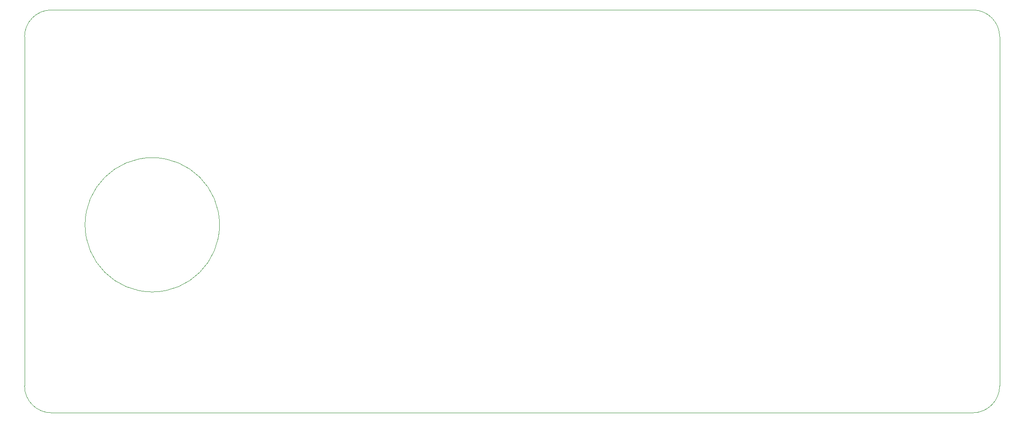
<source format=gm1>
G04 #@! TF.GenerationSoftware,KiCad,Pcbnew,8.0.5*
G04 #@! TF.CreationDate,2025-01-18T14:25:39-08:00*
G04 #@! TF.ProjectId,Control,436f6e74-726f-46c2-9e6b-696361645f70,2.1*
G04 #@! TF.SameCoordinates,Original*
G04 #@! TF.FileFunction,Profile,NP*
%FSLAX46Y46*%
G04 Gerber Fmt 4.6, Leading zero omitted, Abs format (unit mm)*
G04 Created by KiCad (PCBNEW 8.0.5) date 2025-01-18 14:25:39*
%MOMM*%
%LPD*%
G01*
G04 APERTURE LIST*
G04 #@! TA.AperFunction,Profile*
%ADD10C,0.050000*%
G04 #@! TD*
G04 APERTURE END LIST*
D10*
X52070000Y-132080000D02*
X52070000Y-66040000D01*
X57150000Y-137160000D02*
G75*
G02*
X52070000Y-132080000I0J5080000D01*
G01*
X231140000Y-60960000D02*
G75*
G02*
X236220000Y-66040000I0J-5080000D01*
G01*
X236220000Y-66040000D02*
X236220000Y-132080000D01*
X57150000Y-60960000D02*
X231140000Y-60960000D01*
X52070000Y-66040000D02*
G75*
G02*
X57150000Y-60960000I5080000J0D01*
G01*
X88900000Y-101600000D02*
G75*
G02*
X63500000Y-101600000I-12700000J0D01*
G01*
X63500000Y-101600000D02*
G75*
G02*
X88900000Y-101600000I12700000J0D01*
G01*
X236220000Y-132080000D02*
G75*
G02*
X231140000Y-137160000I-5080000J0D01*
G01*
X231140000Y-137160000D02*
X57150000Y-137160000D01*
M02*

</source>
